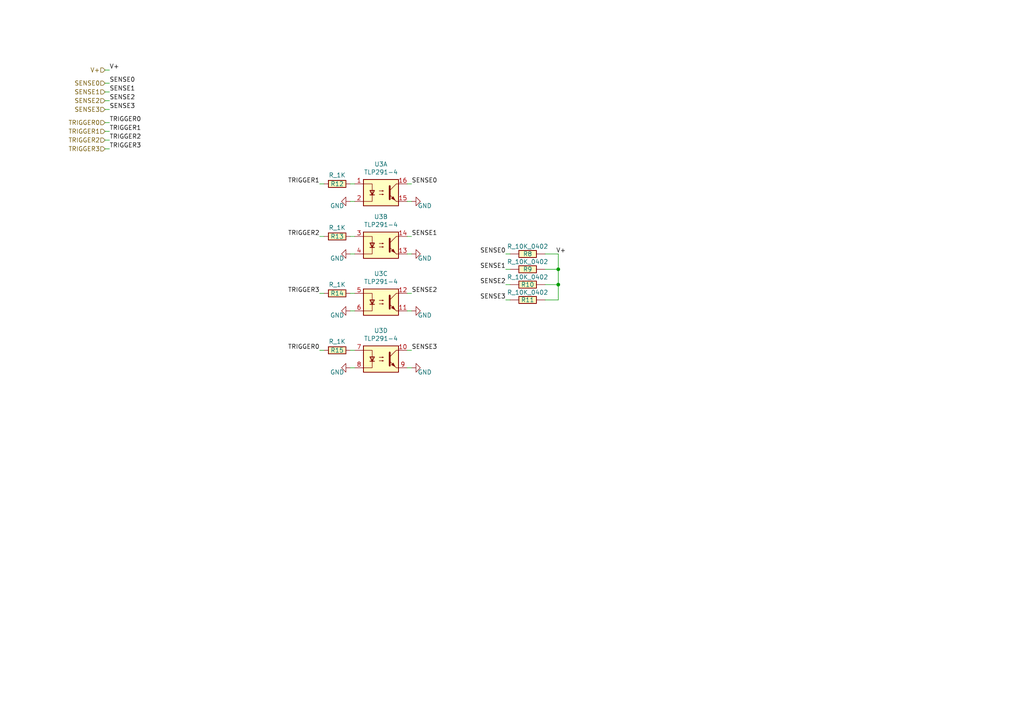
<source format=kicad_sch>
(kicad_sch (version 20211123) (generator eeschema)
  (paper "A4")
  (lib_symbols
    (symbol "Open Automation:R_10K_0402" (pin_numbers hide) (pin_names (offset 0))
      (property "Reference" "R" (at 0 0 90))
      (property "Value" "R_10K_0402" (at -1.905 0 90))
      (symbol "R_10K_0402_0_1"
        (rectangle (start -1.016 -2.54) (end 1.016 2.54) (stroke (width 0.254)) (fill (type background)))
      )
      (symbol "R_10K_0402_1_1"
        (pin passive line (at 0 -5.08 90) (length 2.54) (name "~") (number "1"))
        (pin passive line (at 0 5.08 270) (length 2.54) (name "~") (number "2"))
      )
    )
    (symbol "Open_Automation:R_1K" (pin_numbers hide) (pin_names (offset 0))
      (property "Reference" "R" (at 0 0 90))
      (property "Value" "R_1K" (at -1.905 0 90))
      (symbol "R_1K_0_1"
        (rectangle (start -1.016 -2.54) (end 1.016 2.54) (stroke (width 0.254)) (fill (type background)))
      )
      (symbol "R_1K_1_1"
        (pin passive line (at 0 3.81 270) (length 1.27) (name "~") (number "1"))
        (pin passive line (at 0 -3.81 90) (length 1.27) (name "~") (number "2"))
      )
    )
    (symbol "Open_Automation:TLP291-4"
      (property "Reference" "U" (at -5.08 5.08 0))
      (property "Value" "TLP291-4" (at 0 5.08 0))
      (symbol "TLP291-4_0_1"
        (rectangle (start -5.08 3.81) (end 5.08 -3.81) (stroke (width 0.254)) (fill (type background)))
        (polyline (pts (xy -3.175 -0.635) (xy -1.905 -0.635)) (stroke (width 0.254)))
        (polyline (pts (xy 2.54 0.635) (xy 4.445 2.54)))
        (polyline (pts (xy 4.445 -2.54) (xy 2.54 -0.635)) (fill (type outline)))
        (polyline (pts (xy 4.445 -2.54) (xy 5.08 -2.54)))
        (polyline (pts (xy 4.445 2.54) (xy 5.08 2.54)))
        (polyline (pts (xy -5.08 2.54) (xy -2.54 2.54) (xy -2.54 0.635)))
        (polyline (pts (xy -2.54 0.635) (xy -2.54 -2.54) (xy -5.08 -2.54)))
        (polyline (pts (xy 2.54 1.905) (xy 2.54 -1.905) (xy 2.54 -1.905)) (stroke (width 0.508)))
        (polyline (pts (xy -2.54 -0.635) (xy -3.175 0.635) (xy -1.905 0.635) (xy -2.54 -0.635)) (stroke (width 0.254)))
        (polyline (pts (xy -0.508 -0.508) (xy 0.762 -0.508) (xy 0.381 -0.635) (xy 0.381 -0.381) (xy 0.762 -0.508)))
        (polyline (pts (xy -0.508 0.508) (xy 0.762 0.508) (xy 0.381 0.381) (xy 0.381 0.635) (xy 0.762 0.508)))
        (polyline (pts (xy 3.048 -1.651) (xy 3.556 -1.143) (xy 4.064 -2.159) (xy 3.048 -1.651) (xy 3.048 -1.651)) (fill (type outline)))
      )
      (symbol "TLP291-4_1_1"
        (pin passive line (at -7.62 2.54 0) (length 2.54) (name "~") (number "1"))
        (pin passive line (at 7.62 -2.54 180) (length 2.54) (name "~") (number "15"))
        (pin passive line (at 7.62 2.54 180) (length 2.54) (name "~") (number "16"))
        (pin passive line (at -7.62 -2.54 0) (length 2.54) (name "~") (number "2"))
      )
      (symbol "TLP291-4_2_1"
        (pin passive line (at 7.62 -2.54 180) (length 2.54) (name "~") (number "13"))
        (pin passive line (at 7.62 2.54 180) (length 2.54) (name "~") (number "14"))
        (pin passive line (at -7.62 2.54 0) (length 2.54) (name "~") (number "3"))
        (pin passive line (at -7.62 -2.54 0) (length 2.54) (name "~") (number "4"))
      )
      (symbol "TLP291-4_3_1"
        (pin passive line (at 7.62 -2.54 180) (length 2.54) (name "~") (number "11"))
        (pin passive line (at 7.62 2.54 180) (length 2.54) (name "~") (number "12"))
        (pin passive line (at -7.62 2.54 0) (length 2.54) (name "~") (number "5"))
        (pin passive line (at -7.62 -2.54 0) (length 2.54) (name "~") (number "6"))
      )
      (symbol "TLP291-4_4_1"
        (pin passive line (at 7.62 2.54 180) (length 2.54) (name "~") (number "10"))
        (pin passive line (at -7.62 2.54 0) (length 2.54) (name "~") (number "7"))
        (pin passive line (at -7.62 -2.54 0) (length 2.54) (name "~") (number "8"))
        (pin passive line (at 7.62 -2.54 180) (length 2.54) (name "~") (number "9"))
      )
    )
    (symbol "power:GND" (power) (pin_names (offset 0))
      (property "Value" "GND" (at 0 -3.81 0))
      (symbol "GND_0_1"
        (polyline (pts (xy 0 0) (xy 0 -1.27) (xy 1.27 -1.27) (xy 0 -2.54) (xy -1.27 -1.27) (xy 0 -1.27)))
      )
      (symbol "GND_1_1"
        (pin power_in line (at 0 0 270) (length 0) hide (name "GND") (number "1"))
      )
    )
  )
  (junction (at 161.925 82.55))
  (junction (at 161.925 78.105))
  (wire (pts (xy 101.6 73.66) (xy 102.87 73.66)))
  (wire (pts (xy 146.685 78.105) (xy 147.955 78.105)))
  (wire (pts (xy 161.925 73.66) (xy 158.115 73.66)))
  (wire (pts (xy 31.75 31.75) (xy 30.48 31.75)))
  (wire (pts (xy 118.11 85.09) (xy 119.38 85.09)))
  (wire (pts (xy 161.925 78.105) (xy 161.925 73.66)))
  (wire (pts (xy 101.6 58.42) (xy 102.87 58.42)))
  (wire (pts (xy 101.6 53.34) (xy 102.87 53.34)))
  (wire (pts (xy 31.75 35.56) (xy 30.48 35.56)))
  (wire (pts (xy 158.115 78.105) (xy 161.925 78.105)))
  (wire (pts (xy 119.38 90.17) (xy 118.11 90.17)))
  (wire (pts (xy 31.75 40.64) (xy 30.48 40.64)))
  (wire (pts (xy 92.71 68.58) (xy 93.98 68.58)))
  (wire (pts (xy 101.6 101.6) (xy 102.87 101.6)))
  (wire (pts (xy 161.925 86.995) (xy 161.925 82.55)))
  (wire (pts (xy 119.38 53.34) (xy 118.11 53.34)))
  (wire (pts (xy 101.6 68.58) (xy 102.87 68.58)))
  (wire (pts (xy 31.75 29.21) (xy 30.48 29.21)))
  (wire (pts (xy 161.925 82.55) (xy 161.925 78.105)))
  (wire (pts (xy 101.6 90.17) (xy 102.87 90.17)))
  (wire (pts (xy 31.75 38.1) (xy 30.48 38.1)))
  (wire (pts (xy 119.38 68.58) (xy 118.11 68.58)))
  (wire (pts (xy 30.48 20.32) (xy 31.75 20.32)))
  (wire (pts (xy 146.685 82.55) (xy 147.955 82.55)))
  (wire (pts (xy 101.6 85.09) (xy 102.87 85.09)))
  (wire (pts (xy 31.75 26.67) (xy 30.48 26.67)))
  (wire (pts (xy 31.75 43.18) (xy 30.48 43.18)))
  (wire (pts (xy 146.685 73.66) (xy 147.955 73.66)))
  (wire (pts (xy 158.115 86.995) (xy 161.925 86.995)))
  (wire (pts (xy 119.38 106.68) (xy 118.11 106.68)))
  (wire (pts (xy 119.38 73.66) (xy 118.11 73.66)))
  (wire (pts (xy 101.6 106.68) (xy 102.87 106.68)))
  (wire (pts (xy 158.115 82.55) (xy 161.925 82.55)))
  (wire (pts (xy 31.75 24.13) (xy 30.48 24.13)))
  (wire (pts (xy 119.38 101.6) (xy 118.11 101.6)))
  (wire (pts (xy 92.71 85.09) (xy 93.98 85.09)))
  (wire (pts (xy 92.71 101.6) (xy 93.98 101.6)))
  (wire (pts (xy 92.71 53.34) (xy 93.98 53.34)))
  (wire (pts (xy 119.38 58.42) (xy 118.11 58.42)))
  (wire (pts (xy 146.685 86.995) (xy 147.955 86.995)))
  (label "SENSE1" (at 119.38 68.58 0))
  (label "TRIGGER3" (at 92.71 85.09 180))
  (label "SENSE3" (at 119.38 101.6 0))
  (label "SENSE3" (at 31.75 31.75 0))
  (label "SENSE0" (at 31.75 24.13 0))
  (label "SENSE0" (at 146.685 73.66 180))
  (label "SENSE2" (at 146.685 82.55 180))
  (label "TRIGGER3" (at 31.75 43.18 0))
  (label "TRIGGER0" (at 92.71 101.6 180))
  (label "SENSE1" (at 146.685 78.105 180))
  (label "TRIGGER1" (at 31.75 38.1 0))
  (label "SENSE3" (at 146.685 86.995 180))
  (label "V+" (at 161.29 73.66 0))
  (label "SENSE0" (at 119.38 53.34 0))
  (label "SENSE1" (at 31.75 26.67 0))
  (label "TRIGGER0" (at 31.75 35.56 0))
  (label "TRIGGER1" (at 92.71 53.34 180))
  (label "V+" (at 31.75 20.32 0))
  (label "TRIGGER2" (at 92.71 68.58 180))
  (label "SENSE2" (at 119.38 85.09 0))
  (label "TRIGGER2" (at 31.75 40.64 0))
  (label "SENSE2" (at 31.75 29.21 0))
  (hierarchical_label "SENSE3" (shape input) (at 30.48 31.75 180))
  (hierarchical_label "SENSE2" (shape input) (at 30.48 29.21 180))
  (hierarchical_label "TRIGGER1" (shape input) (at 30.48 38.1 180))
  (hierarchical_label "TRIGGER2" (shape input) (at 30.48 40.64 180))
  (hierarchical_label "SENSE1" (shape input) (at 30.48 26.67 180))
  (hierarchical_label "SENSE0" (shape input) (at 30.48 24.13 180))
  (hierarchical_label "TRIGGER3" (shape input) (at 30.48 43.18 180))
  (hierarchical_label "TRIGGER0" (shape input) (at 30.48 35.56 180))
  (hierarchical_label "V+" (shape input) (at 30.48 20.32 180))
  (symbol (lib_id "power:GND") (at 119.38 58.42 90) (unit 1)
    (property "Reference" "#PWR033" (effects hide))
    (property "Value" "GND" (at 123.19 59.69 90))
  )
  (symbol (lib_id "power:GND") (at 119.38 73.66 90) (unit 1)
    (property "Reference" "#PWR034" (effects hide))
    (property "Value" "GND" (at 123.19 74.93 90))
  )
  (symbol (lib_id "power:GND") (at 119.38 90.17 90) (unit 1)
    (property "Reference" "#PWR035" (effects hide))
    (property "Value" "GND" (at 123.19 91.44 90))
  )
  (symbol (lib_id "Open_Automation:R_1K") (at 97.79 53.34 270) (unit 1)
    (property "Reference" "R12" (at 97.79 53.34 90))
    (property "Value" "R_1K" (at 97.79 50.8 90))
    (property "Footprint" "Resistor_SMD:R_0603_1608Metric_Pad0.98x0.95mm_HandSolder" (effects hide))
    (property "Datasheet" "https://www.digikey.com/product-detail/en/panasonic-electronic-components/ERJ-3GEYJ102V/P1.0KGDKR-ND/577615" (effects hide))
    (property "Part Number" "ERJ-3GEYJ102V" (effects hide))
    (property "LCSC" " C21190" (effects hide))
  )
  (symbol (lib_id "power:GND") (at 119.38 106.68 90) (unit 1)
    (property "Reference" "#PWR036" (effects hide))
    (property "Value" "GND" (at 123.19 107.95 90))
  )
  (symbol (lib_id "power:GND") (at 101.6 106.68 270) (unit 1)
    (property "Reference" "#PWR032" (effects hide))
    (property "Value" "GND" (at 97.79 107.95 90))
  )
  (symbol (lib_id "Open_Automation:R_1K") (at 97.79 68.58 270) (unit 1)
    (property "Reference" "R13" (at 97.79 68.58 90))
    (property "Value" "R_1K" (at 97.79 66.04 90))
    (property "Footprint" "Resistor_SMD:R_0603_1608Metric_Pad0.98x0.95mm_HandSolder" (effects hide))
    (property "Datasheet" "https://www.digikey.com/product-detail/en/panasonic-electronic-components/ERJ-3GEYJ102V/P1.0KGDKR-ND/577615" (effects hide))
    (property "Part Number" "ERJ-3GEYJ102V" (effects hide))
    (property "LCSC" " C21190" (effects hide))
  )
  (symbol (lib_id "power:GND") (at 101.6 90.17 270) (unit 1)
    (property "Reference" "#PWR031" (effects hide))
    (property "Value" "GND" (at 97.79 91.44 90))
  )
  (symbol (lib_id "Open_Automation:R_1K") (at 97.79 85.09 270) (unit 1)
    (property "Reference" "R14" (at 97.79 85.09 90))
    (property "Value" "R_1K" (at 97.79 82.55 90))
    (property "Footprint" "Resistor_SMD:R_0603_1608Metric_Pad0.98x0.95mm_HandSolder" (effects hide))
    (property "Datasheet" "https://www.digikey.com/product-detail/en/panasonic-electronic-components/ERJ-3GEYJ102V/P1.0KGDKR-ND/577615" (effects hide))
    (property "Part Number" "ERJ-3GEYJ102V" (effects hide))
    (property "LCSC" " C21190" (effects hide))
  )
  (symbol (lib_id "power:GND") (at 101.6 73.66 270) (unit 1)
    (property "Reference" "#PWR030" (effects hide))
    (property "Value" "GND" (at 97.79 74.93 90))
  )
  (symbol (lib_id "Open_Automation:TLP291-4") (at 110.49 55.88 0) (unit 1)
    (property "Reference" "U3" (at 110.49 47.625 0))
    (property "Value" "TLP291-4" (at 110.49 49.9364 0))
    (property "Footprint" "Package_SO:SOP-16_4.4x10.4mm_P1.27mm" (effects hide))
    (property "Datasheet" "https://datasheet.lcsc.com/szlcsc/TOSHIBA-TLP291-4-GB-TP-E-T_C60900.pdf" (effects hide))
    (property "LCSC" "C60900" (effects hide))
    (property "Part Number" "TLP291-4(GB-TP,E(T" (effects hide))
  )
  (symbol (lib_id "Open_Automation:TLP291-4") (at 110.49 71.12 0) (unit 2)
    (property "Reference" "U3" (at 110.49 62.865 0))
    (property "Value" "TLP291-4" (at 110.49 65.1764 0))
    (property "Footprint" "Package_SO:SOP-16_4.4x10.4mm_P1.27mm" (effects hide))
    (property "Datasheet" "https://datasheet.lcsc.com/szlcsc/TOSHIBA-TLP291-4-GB-TP-E-T_C60900.pdf" (effects hide))
    (property "LCSC" "C60900" (effects hide))
    (property "Part Number" "TLP291-4(GB-TP,E(T" (effects hide))
  )
  (symbol (lib_id "Open_Automation:TLP291-4") (at 110.49 87.63 0) (unit 3)
    (property "Reference" "U3" (at 110.49 79.375 0))
    (property "Value" "TLP291-4" (at 110.49 81.6864 0))
    (property "Footprint" "Package_SO:SOP-16_4.4x10.4mm_P1.27mm" (effects hide))
    (property "Datasheet" "https://datasheet.lcsc.com/szlcsc/TOSHIBA-TLP291-4-GB-TP-E-T_C60900.pdf" (effects hide))
    (property "LCSC" "C60900" (effects hide))
    (property "Part Number" "TLP291-4(GB-TP,E(T" (effects hide))
  )
  (symbol (lib_id "Open_Automation:TLP291-4") (at 110.49 104.14 0) (unit 4)
    (property "Reference" "U3" (at 110.49 95.885 0))
    (property "Value" "TLP291-4" (at 110.49 98.1964 0))
    (property "Footprint" "Package_SO:SOP-16_4.4x10.4mm_P1.27mm" (effects hide))
    (property "Datasheet" "https://datasheet.lcsc.com/szlcsc/TOSHIBA-TLP291-4-GB-TP-E-T_C60900.pdf" (effects hide))
    (property "LCSC" "C60900" (effects hide))
    (property "Part Number" "TLP291-4(GB-TP,E(T" (effects hide))
  )
  (symbol (lib_id "Open_Automation:R_1K") (at 97.79 101.6 270) (unit 1)
    (property "Reference" "R15" (at 97.79 101.6 90))
    (property "Value" "R_1K" (at 97.79 99.06 90))
    (property "Footprint" "Resistor_SMD:R_0603_1608Metric_Pad0.98x0.95mm_HandSolder" (effects hide))
    (property "Datasheet" "https://www.digikey.com/product-detail/en/panasonic-electronic-components/ERJ-3GEYJ102V/P1.0KGDKR-ND/577615" (effects hide))
    (property "Part Number" "ERJ-3GEYJ102V" (effects hide))
    (property "LCSC" " C21190" (effects hide))
  )
  (symbol (lib_id "power:GND") (at 101.6 58.42 270) (unit 1)
    (property "Reference" "#PWR029" (effects hide))
    (property "Value" "GND" (at 97.79 59.69 90))
  )
  (symbol (lib_id "Open Automation:R_10K_0402") (at 153.035 82.55 90) (unit 1)
    (property "Reference" "R10" (at 153.035 82.55 90))
    (property "Value" "R_10K_0402" (at 153.035 80.3711 90))
    (property "Footprint" "Resistor_SMD:R_0402_1005Metric_Pad0.72x0.64mm_HandSolder" (effects hide))
    (property "Datasheet" "https://datasheet.lcsc.com/szlcsc/Uniroyal-Elec-0402WGF1002TCE_C25744.pdf" (effects hide))
    (property "Part Number" "0402WGF1002TCE" (effects hide))
    (property "LCSC" "C25744" (effects hide))
  )
  (symbol (lib_id "Open Automation:R_10K_0402") (at 153.035 86.995 90) (unit 1)
    (property "Reference" "R11" (at 153.035 86.995 90))
    (property "Value" "R_10K_0402" (at 153.035 84.8161 90))
    (property "Footprint" "Resistor_SMD:R_0402_1005Metric_Pad0.72x0.64mm_HandSolder" (effects hide))
    (property "Datasheet" "https://datasheet.lcsc.com/szlcsc/Uniroyal-Elec-0402WGF1002TCE_C25744.pdf" (effects hide))
    (property "Part Number" "0402WGF1002TCE" (effects hide))
    (property "LCSC" "C25744" (effects hide))
  )
  (symbol (lib_id "Open Automation:R_10K_0402") (at 153.035 73.66 90) (unit 1)
    (property "Reference" "R8" (at 153.035 73.66 90))
    (property "Value" "R_10K_0402" (at 153.035 71.4811 90))
    (property "Footprint" "Resistor_SMD:R_0402_1005Metric_Pad0.72x0.64mm_HandSolder" (effects hide))
    (property "Datasheet" "https://datasheet.lcsc.com/szlcsc/Uniroyal-Elec-0402WGF1002TCE_C25744.pdf" (effects hide))
    (property "Part Number" "0402WGF1002TCE" (effects hide))
    (property "LCSC" "C25744" (effects hide))
  )
  (symbol (lib_id "Open Automation:R_10K_0402") (at 153.035 78.105 90) (unit 1)
    (property "Reference" "R9" (at 153.035 78.105 90))
    (property "Value" "R_10K_0402" (at 153.035 75.9261 90))
    (property "Footprint" "Resistor_SMD:R_0402_1005Metric_Pad0.72x0.64mm_HandSolder" (effects hide))
    (property "Datasheet" "https://datasheet.lcsc.com/szlcsc/Uniroyal-Elec-0402WGF1002TCE_C25744.pdf" (effects hide))
    (property "Part Number" "0402WGF1002TCE" (effects hide))
    (property "LCSC" "C25744" (effects hide))
  )
)
</source>
